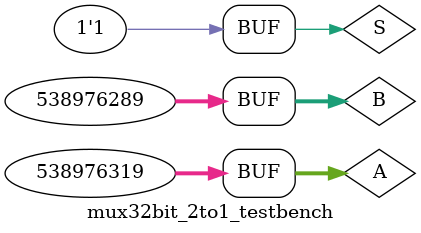
<source format=v>
`define DELAY 20
module mux32bit_2to1_testbench(); 
reg [31:0] A;
reg [31:0] B;
reg S;
wire [31:0] O;
mux32bit_2to1 m32tb (O, S, A, B);
// module mux32Bit_2to1 (O, S, A, B);

initial begin

A = 31'b00100000001000000010000000111111; // 
B = 31'b00100000001000000010000000100001;	//

S = 1'b0;
#`DELAY;
S = 1'b1;
#`DELAY;

end

initial
begin
$monitor("time = %2d, A = %32b, B = %32b, S = %1b, O = %32b ", $time, A, B, S ,O);
end

endmodule
</source>
